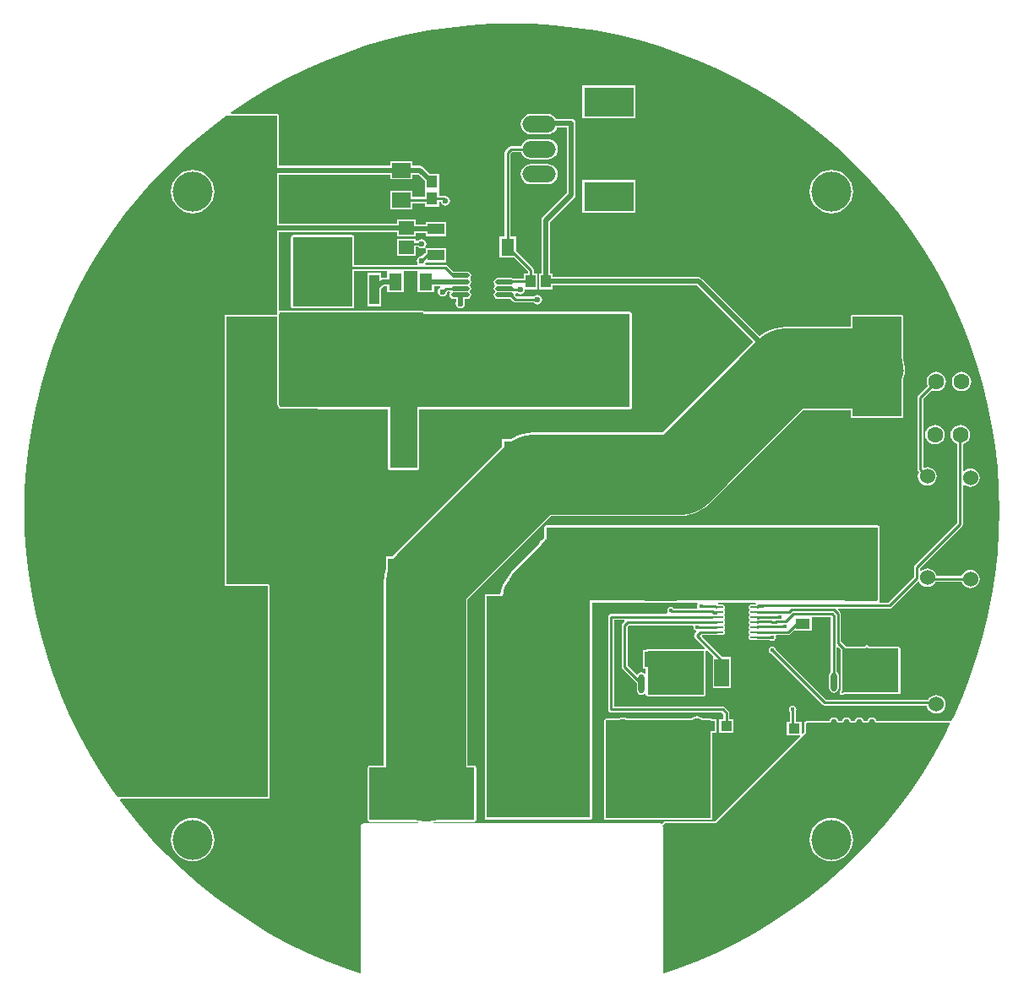
<source format=gtl>
G04 Layer_Physical_Order=1*
G04 Layer_Color=25308*
%FSLAX24Y24*%
%MOIN*%
G70*
G01*
G75*
%ADD10C,0.1575*%
G04:AMPARAMS|DCode=11|XSize=570.9mil|YSize=374mil|CornerRadius=9.4mil|HoleSize=0mil|Usage=FLASHONLY|Rotation=0.000|XOffset=0mil|YOffset=0mil|HoleType=Round|Shape=RoundedRectangle|*
%AMROUNDEDRECTD11*
21,1,0.5709,0.3553,0,0,0.0*
21,1,0.5522,0.3740,0,0,0.0*
1,1,0.0187,0.2761,-0.1777*
1,1,0.0187,-0.2761,-0.1777*
1,1,0.0187,-0.2761,0.1777*
1,1,0.0187,0.2761,0.1777*
%
%ADD11ROUNDEDRECTD11*%
%ADD12R,0.0433X0.0669*%
%ADD13R,0.0681X0.0728*%
%ADD14O,0.0728X0.0177*%
%ADD15R,0.0610X0.0532*%
%ADD16R,0.0827X0.1575*%
%ADD17R,0.0512X0.0689*%
%ADD18R,0.0433X0.0492*%
%ADD19R,0.0394X0.1181*%
%ADD20R,0.2598X0.2835*%
%ADD21R,0.0669X0.0433*%
%ADD22R,0.0394X0.0512*%
%ADD23R,0.0748X0.0591*%
%ADD24O,0.0551X0.0098*%
%ADD25R,0.1260X0.0591*%
%ADD26R,0.1260X0.0591*%
%ADD27O,0.0236X0.0748*%
%ADD28R,0.0591X0.1102*%
%ADD29R,0.0440X0.0400*%
%ADD30R,0.0571X0.0413*%
%ADD31C,0.0197*%
%ADD32C,0.0098*%
%ADD33C,0.3150*%
%ADD34C,0.0071*%
%ADD35R,0.2362X0.2756*%
%ADD36R,0.2234X0.1722*%
%ADD37R,1.2283X0.3701*%
%ADD38R,0.1929X0.3937*%
%ADD39R,0.4134X0.2087*%
%ADD40R,0.1102X0.2480*%
%ADD41R,0.4134X0.3858*%
%ADD42R,0.4094X0.8780*%
%ADD43R,1.3071X0.2913*%
%ADD44C,0.1575*%
%ADD45C,0.2362*%
%ADD46R,0.1969X0.1181*%
%ADD47O,0.1320X0.0660*%
%ADD48C,0.1181*%
%ADD49R,0.0630X0.0630*%
%ADD50C,0.0630*%
%ADD51C,0.0600*%
%ADD52C,0.0512*%
%ADD53R,0.0512X0.0512*%
%ADD54C,0.0500*%
%ADD55C,0.0157*%
%ADD56C,0.0236*%
G36*
X29800Y48566D02*
X30637Y48512D01*
X31471Y48420D01*
X32301Y48293D01*
X33124Y48129D01*
X33939Y47929D01*
X34745Y47695D01*
X35539Y47425D01*
X36321Y47121D01*
X37090Y46783D01*
X37842Y46411D01*
X38578Y46008D01*
X39295Y45572D01*
X39993Y45106D01*
X40670Y44610D01*
X41325Y44085D01*
X41955Y43531D01*
X42562Y42951D01*
X43142Y42345D01*
X43695Y41714D01*
X44221Y41059D01*
X44717Y40383D01*
X45183Y39685D01*
X45618Y38967D01*
X46022Y38232D01*
X46393Y37479D01*
X46731Y36711D01*
X47035Y35929D01*
X47305Y35134D01*
X47540Y34328D01*
X47739Y33513D01*
X47903Y32690D01*
X48031Y31861D01*
X48122Y31026D01*
X48177Y30189D01*
X48195Y29358D01*
X48194Y29350D01*
X48195Y29342D01*
X48177Y28511D01*
X48122Y27674D01*
X48031Y26839D01*
X47903Y26010D01*
X47739Y25187D01*
X47540Y24372D01*
X47305Y23566D01*
X47035Y22771D01*
X46731Y21989D01*
X46393Y21221D01*
X46306Y21044D01*
X46298Y21038D01*
X46297Y21037D01*
X46287Y21033D01*
X46246Y21028D01*
X46240Y21029D01*
X46235Y21032D01*
X46227Y21032D01*
X46220Y21034D01*
X43341Y21034D01*
X43334Y21069D01*
X43293Y21130D01*
X43232Y21171D01*
X43160Y21186D01*
X43088Y21171D01*
X43026Y21130D01*
X42986Y21069D01*
X42979Y21034D01*
X42841Y21034D01*
X42834Y21069D01*
X42793Y21130D01*
X42732Y21171D01*
X42660Y21186D01*
X42588Y21171D01*
X42526Y21130D01*
X42486Y21069D01*
X42479Y21034D01*
X42341Y21034D01*
X42334Y21069D01*
X42293Y21130D01*
X42232Y21171D01*
X42160Y21186D01*
X42088Y21171D01*
X42026Y21130D01*
X41986Y21069D01*
X41979Y21034D01*
X41841Y21034D01*
X41834Y21069D01*
X41793Y21130D01*
X41732Y21171D01*
X41660Y21186D01*
X41588Y21171D01*
X41526Y21130D01*
X41486Y21069D01*
X41479Y21034D01*
X40593Y21034D01*
X40589Y21033D01*
X40586Y21034D01*
X40576Y21031D01*
X40567Y21029D01*
X40564Y21027D01*
X40561Y21026D01*
X40553Y21019D01*
X40550Y21018D01*
X40482D01*
Y20578D01*
X40431Y20528D01*
X40381Y20548D01*
Y21018D01*
X40158D01*
Y21411D01*
X40177Y21439D01*
X40188Y21496D01*
X40177Y21553D01*
X40144Y21601D01*
X40096Y21633D01*
X40039Y21645D01*
X39983Y21633D01*
X39934Y21601D01*
X39902Y21553D01*
X39891Y21496D01*
X39902Y21439D01*
X39921Y21411D01*
Y21018D01*
X39807D01*
Y20484D01*
X40317D01*
X40337Y20434D01*
X36980Y17076D01*
X35000D01*
X34974Y17071D01*
X34952Y17056D01*
X34870Y16975D01*
X34848Y16989D01*
X34807Y16998D01*
X25858D01*
X25853Y17048D01*
X25904Y17058D01*
X27480D01*
X27506Y17063D01*
X27529Y17078D01*
X27543Y17100D01*
X27549Y17126D01*
Y19213D01*
X27543Y19239D01*
X27529Y19261D01*
X27506Y19276D01*
X27480Y19281D01*
X27196D01*
Y25854D01*
X30485Y29142D01*
X35591D01*
X35805Y29156D01*
X36016Y29198D01*
X36118Y29233D01*
X36220Y29267D01*
X36413Y29363D01*
X36592Y29482D01*
X36754Y29624D01*
X40445Y33315D01*
X42333D01*
Y33071D01*
X42339Y33045D01*
X42353Y33023D01*
X42375Y33008D01*
X42402Y33003D01*
X44331D01*
X44357Y33008D01*
X44379Y33023D01*
X44394Y33045D01*
X44399Y33071D01*
Y34572D01*
X44429Y34629D01*
X44467Y34753D01*
X44480Y34882D01*
X44467Y35011D01*
X44429Y35135D01*
X44429Y35135D01*
X44426Y35175D01*
X44399Y35314D01*
Y37008D01*
X44394Y37034D01*
X44379Y37056D01*
X44357Y37071D01*
X44331Y37076D01*
X42402D01*
X42375Y37071D01*
X42353Y37056D01*
X42339Y37034D01*
X42333Y37008D01*
Y36606D01*
X39764D01*
X39549Y36592D01*
X39338Y36550D01*
X39236Y36515D01*
X39134Y36481D01*
X38941Y36385D01*
X38762Y36266D01*
X38727Y36235D01*
X36444Y38519D01*
X36389Y38556D01*
X36324Y38569D01*
X30559D01*
Y38723D01*
X30464D01*
Y40737D01*
X31418Y41692D01*
X31455Y41747D01*
X31468Y41811D01*
Y44646D01*
X31455Y44710D01*
X31418Y44765D01*
X31364Y44801D01*
X31299Y44814D01*
X30710D01*
X30652Y44889D01*
X30570Y44953D01*
X30473Y44993D01*
X30369Y45007D01*
X29709D01*
X29606Y44993D01*
X29509Y44953D01*
X29426Y44889D01*
X29363Y44806D01*
X29323Y44710D01*
X29309Y44606D01*
X29323Y44503D01*
X29363Y44406D01*
X29426Y44323D01*
X29509Y44260D01*
X29606Y44220D01*
X29709Y44206D01*
X30369D01*
X30473Y44220D01*
X30570Y44260D01*
X30652Y44323D01*
X30716Y44406D01*
X30745Y44477D01*
X31131D01*
Y41881D01*
X30176Y40926D01*
X30140Y40872D01*
X30127Y40807D01*
Y38723D01*
X30031D01*
Y38077D01*
X30559D01*
Y38231D01*
X36255D01*
X38481Y36005D01*
X34909Y32433D01*
X29803D01*
X29588Y32419D01*
X29377Y32377D01*
X29174Y32307D01*
X28981Y32212D01*
X28922Y32173D01*
X28569D01*
Y31880D01*
X24388Y27699D01*
X24246Y27537D01*
X24240Y27528D01*
X23988D01*
Y27038D01*
X23962Y26961D01*
X23920Y26750D01*
X23906Y26535D01*
Y19281D01*
X23346D01*
X23320Y19276D01*
X23298Y19261D01*
X23283Y19239D01*
X23278Y19213D01*
Y17126D01*
X23283Y17100D01*
X23298Y17078D01*
X23320Y17063D01*
X23346Y17058D01*
X25198D01*
X25249Y17048D01*
X25244Y16998D01*
X23114D01*
X23073Y16989D01*
X23038Y16966D01*
X23014Y16931D01*
X23006Y16889D01*
Y11116D01*
X22956Y11080D01*
X22382Y11275D01*
X21600Y11579D01*
X20832Y11917D01*
X20079Y12289D01*
X19343Y12692D01*
X18626Y13128D01*
X17928Y13594D01*
X17251Y14090D01*
X16597Y14615D01*
X15966Y15169D01*
X15360Y15749D01*
X14779Y16355D01*
X14226Y16986D01*
X13701Y17641D01*
X13497Y17919D01*
X13510Y17944D01*
X13526Y17963D01*
X19324Y17963D01*
X19331Y17965D01*
X19337D01*
X19343Y17966D01*
X19343D01*
X19349Y17968D01*
X19350Y17968D01*
X19351Y17969D01*
X19353Y17970D01*
X19368Y17976D01*
X19386Y17995D01*
X19386Y17995D01*
X19392Y18009D01*
X19393Y18011D01*
X19394Y18012D01*
X19394Y18013D01*
X19397Y18019D01*
Y18019D01*
X19398Y18025D01*
Y18032D01*
X19399Y18038D01*
Y26371D01*
X19398Y26378D01*
Y26385D01*
X19397Y26390D01*
Y26390D01*
X19394Y26396D01*
X19394Y26397D01*
X19393Y26398D01*
X19392Y26400D01*
X19386Y26415D01*
X19368Y26434D01*
X19368Y26434D01*
X19353Y26440D01*
X19351Y26440D01*
X19350Y26441D01*
X19349Y26441D01*
X19343Y26444D01*
X19343D01*
X19337Y26445D01*
X19331D01*
X19324Y26446D01*
X17706D01*
Y37018D01*
X19685D01*
X19713Y36973D01*
Y33538D01*
X19726Y33476D01*
X19761Y33423D01*
X19814Y33387D01*
X19877Y33375D01*
X21294D01*
X21312Y33362D01*
X21339Y33357D01*
X24066D01*
Y31024D01*
X24071Y30998D01*
X24086Y30975D01*
X24108Y30961D01*
X24134Y30955D01*
X25236D01*
X25262Y30961D01*
X25284Y30975D01*
X25299Y30998D01*
X25304Y31024D01*
Y33357D01*
X33622D01*
X33648Y33362D01*
X33670Y33377D01*
X33685Y33399D01*
X33690Y33425D01*
Y37126D01*
X33685Y37152D01*
X33670Y37174D01*
X33648Y37189D01*
X33622Y37194D01*
X25523D01*
X25514Y37207D01*
X25461Y37243D01*
X25399Y37255D01*
X19877D01*
X19814Y37243D01*
X19803Y37235D01*
X19753Y37262D01*
Y40333D01*
X24431D01*
Y40169D01*
X25175D01*
Y40293D01*
X25548D01*
Y40178D01*
X26352D01*
Y40745D01*
X25548D01*
Y40630D01*
X25175D01*
Y40835D01*
X24431D01*
Y40671D01*
X19753D01*
Y42622D01*
X24159D01*
Y42428D01*
X25041D01*
Y42622D01*
X25274D01*
X25517Y42380D01*
Y42028D01*
X25517Y42022D01*
Y42000D01*
Y41978D01*
X25517Y41972D01*
Y41728D01*
X25041D01*
Y41972D01*
X24159D01*
Y41247D01*
X25041D01*
Y41491D01*
X25517D01*
Y41352D01*
X26083D01*
Y41547D01*
X26155D01*
X26164Y41503D01*
X26205Y41441D01*
X26266Y41400D01*
X26339Y41386D01*
X26411Y41400D01*
X26472Y41441D01*
X26513Y41503D01*
X26527Y41575D01*
X26513Y41647D01*
X26472Y41708D01*
X26411Y41749D01*
X26339Y41763D01*
X26317Y41759D01*
X26293Y41775D01*
X26248Y41784D01*
X26119D01*
X26083Y41819D01*
Y41972D01*
X26083Y41978D01*
Y42000D01*
Y42022D01*
X26083Y42028D01*
Y42648D01*
X25725D01*
X25463Y42910D01*
X25409Y42946D01*
X25344Y42959D01*
X25041D01*
Y43153D01*
X24159D01*
Y42959D01*
X19753D01*
Y44941D01*
X19752Y44950D01*
X19751Y44958D01*
X19750Y44960D01*
X19750Y44963D01*
X19749Y44965D01*
X19748Y44967D01*
X19743Y44974D01*
X19740Y44982D01*
X19738Y44984D01*
X19737Y44986D01*
X19735Y44987D01*
X19733Y44989D01*
X19726Y44994D01*
X19720Y45000D01*
X19717Y45001D01*
X19716Y45002D01*
X19716Y45002D01*
X19713Y45003D01*
X19711Y45004D01*
X19703Y45006D01*
X19695Y45009D01*
X19647Y45015D01*
X19643Y45015D01*
X19638Y45016D01*
X17885D01*
X17870Y45064D01*
X17928Y45106D01*
X18626Y45572D01*
X19343Y46008D01*
X20079Y46411D01*
X20832Y46783D01*
X21600Y47121D01*
X22382Y47425D01*
X23177Y47695D01*
X23982Y47929D01*
X24797Y48129D01*
X25621Y48293D01*
X26450Y48420D01*
X27284Y48512D01*
X28122Y48566D01*
X28961Y48585D01*
X29800Y48566D01*
D02*
G37*
G36*
X19685Y44941D02*
X19685Y44941D01*
Y42959D01*
Y42622D01*
Y40671D01*
Y40333D01*
Y37262D01*
Y37087D01*
X17638D01*
Y37018D01*
Y26446D01*
Y26378D01*
X19324D01*
X19330Y26377D01*
X19331Y26371D01*
Y18038D01*
X19330Y18033D01*
X19324Y18032D01*
X13519Y18031D01*
X13519Y18031D01*
X13414D01*
X13204Y18317D01*
X12738Y19015D01*
X12303Y19733D01*
X11899Y20468D01*
X11528Y21221D01*
X11190Y21989D01*
X10886Y22771D01*
X10616Y23566D01*
X10381Y24372D01*
X10182Y25187D01*
X10018Y26010D01*
X9890Y26839D01*
X9799Y27674D01*
X9744Y28511D01*
X9726Y29350D01*
X9744Y30189D01*
X9799Y31026D01*
X9890Y31861D01*
X10018Y32690D01*
X10182Y33513D01*
X10381Y34328D01*
X10616Y35134D01*
X10886Y35929D01*
X11190Y36711D01*
X11528Y37479D01*
X11899Y38232D01*
X12303Y38967D01*
X12738Y39685D01*
X13204Y40383D01*
X13701Y41059D01*
X14226Y41714D01*
X14779Y42345D01*
X15360Y42951D01*
X15966Y43531D01*
X16597Y44085D01*
X17251Y44610D01*
X17712Y44948D01*
X19638D01*
X19685Y44941D01*
D02*
G37*
G36*
X46220Y20965D02*
X46246Y20923D01*
X46022Y20468D01*
X45618Y19733D01*
X45183Y19015D01*
X44717Y18317D01*
X44221Y17641D01*
X43695Y16986D01*
X43142Y16355D01*
X42562Y15749D01*
X41955Y15169D01*
X41325Y14615D01*
X40670Y14090D01*
X39993Y13594D01*
X39295Y13128D01*
X38578Y12692D01*
X37842Y12289D01*
X37090Y11917D01*
X36321Y11579D01*
X35539Y11275D01*
X34965Y11080D01*
X34915Y11116D01*
Y16889D01*
X34910Y16918D01*
X35000Y17008D01*
X37008D01*
X40551Y20551D01*
Y20916D01*
X40593Y20966D01*
X46220Y20965D01*
D02*
G37*
%LPC*%
G36*
X36258Y21228D02*
X36176Y21217D01*
X36098Y21185D01*
X36032Y21134D01*
X36030Y21131D01*
X33524D01*
X33505Y21146D01*
X33428Y21178D01*
X33345Y21189D01*
X33262Y21178D01*
X33185Y21146D01*
X33166Y21131D01*
X32677D01*
X32651Y21126D01*
X32629Y21111D01*
X32614Y21089D01*
X32609Y21063D01*
Y17205D01*
X32614Y17179D01*
X32629Y17156D01*
X32651Y17142D01*
X32677Y17136D01*
X36811D01*
X36837Y17142D01*
X36859Y17156D01*
X36874Y17179D01*
X36879Y17205D01*
Y20560D01*
X37036D01*
Y21094D01*
X36871D01*
X36859Y21111D01*
X36837Y21126D01*
X36811Y21131D01*
X36487D01*
X36484Y21134D01*
X36418Y21185D01*
X36341Y21217D01*
X36258Y21228D01*
D02*
G37*
G36*
X39232Y23987D02*
X39175Y23976D01*
X39127Y23944D01*
X39095Y23895D01*
X39084Y23839D01*
X39095Y23782D01*
X39127Y23734D01*
X39175Y23701D01*
X39209Y23695D01*
X41215Y21688D01*
X41254Y21662D01*
X41299Y21653D01*
X45336D01*
X45343Y21604D01*
X45379Y21515D01*
X45438Y21438D01*
X45515Y21379D01*
X45604Y21343D01*
X45700Y21330D01*
X45796Y21343D01*
X45885Y21379D01*
X45962Y21438D01*
X46021Y21515D01*
X46057Y21604D01*
X46070Y21700D01*
X46057Y21796D01*
X46021Y21885D01*
X45962Y21962D01*
X45885Y22021D01*
X45796Y22057D01*
X45700Y22070D01*
X45604Y22057D01*
X45515Y22021D01*
X45438Y21962D01*
X45383Y21890D01*
X41348D01*
X39376Y23862D01*
X39369Y23895D01*
X39337Y23944D01*
X39289Y23976D01*
X39232Y23987D01*
D02*
G37*
G36*
X46650Y32735D02*
X46550Y32722D01*
X46457Y32684D01*
X46378Y32622D01*
X46316Y32543D01*
X46278Y32450D01*
X46265Y32350D01*
X46278Y32250D01*
X46316Y32157D01*
X46378Y32078D01*
X46457Y32016D01*
X46515Y31992D01*
Y28865D01*
X44850Y27200D01*
X44824Y27161D01*
X44815Y27116D01*
Y26731D01*
X43801Y25717D01*
X43479D01*
X43453Y25756D01*
X43450Y25767D01*
X43454Y25787D01*
Y28701D01*
X43449Y28727D01*
X43434Y28749D01*
X43412Y28764D01*
X43386Y28769D01*
X30315D01*
X30289Y28764D01*
X30267Y28749D01*
X30252Y28727D01*
X30247Y28701D01*
Y28260D01*
X30180Y28205D01*
X30161Y28182D01*
X30111Y28180D01*
X30107Y28183D01*
X30044Y28029D01*
X29017Y27002D01*
X29014Y26999D01*
X28856Y26819D01*
X28721Y26617D01*
X28614Y26399D01*
X28536Y26169D01*
X28513Y26052D01*
X27953D01*
X27927Y26047D01*
X27905Y26033D01*
X27890Y26010D01*
X27885Y25984D01*
Y17205D01*
X27890Y17179D01*
X27905Y17156D01*
X27927Y17142D01*
X27953Y17136D01*
X32047D01*
X32073Y17142D01*
X32095Y17156D01*
X32110Y17179D01*
X32115Y17205D01*
Y25719D01*
X36268D01*
X36295Y25669D01*
X36280Y25647D01*
X36269Y25591D01*
X36280Y25534D01*
X36253Y25485D01*
X35351D01*
X35341Y25499D01*
X35293Y25531D01*
X35236Y25542D01*
X35179Y25531D01*
X35131Y25499D01*
X35099Y25451D01*
X35088Y25394D01*
X35099Y25337D01*
X35106Y25326D01*
X35080Y25276D01*
X32874D01*
X32829Y25267D01*
X32790Y25241D01*
X32765Y25203D01*
X32756Y25157D01*
Y21496D01*
X32765Y21451D01*
X32790Y21412D01*
X32829Y21387D01*
X32874Y21378D01*
X37234D01*
X37306Y21307D01*
Y21094D01*
X37137D01*
Y20560D01*
X37711D01*
Y21094D01*
X37542D01*
Y21356D01*
X37533Y21401D01*
X37508Y21439D01*
X37367Y21580D01*
X37329Y21605D01*
X37283Y21614D01*
X32992D01*
Y25039D01*
X33384D01*
X33404Y24989D01*
X33321Y24906D01*
X33295Y24867D01*
X33286Y24822D01*
Y23189D01*
X33295Y23144D01*
X33321Y23105D01*
X33883Y22544D01*
Y22267D01*
X33897Y22194D01*
X33938Y22133D01*
X33999Y22092D01*
X34071Y22078D01*
X34143Y22092D01*
X34191Y22124D01*
X34241Y22105D01*
Y22089D01*
X34246Y22063D01*
X34261Y22041D01*
X34283Y22026D01*
X34309Y22021D01*
X36544D01*
X36570Y22026D01*
X36592Y22041D01*
X36607Y22063D01*
X36612Y22089D01*
Y23812D01*
X36610Y23821D01*
X36656Y23846D01*
X36884Y23617D01*
X36882Y23571D01*
X36882D01*
X36882Y23571D01*
Y22335D01*
X37606D01*
Y23571D01*
X37266D01*
X36458Y24379D01*
X36479Y24429D01*
X37254D01*
X37299Y24438D01*
X37338Y24464D01*
X37363Y24502D01*
X37372Y24547D01*
X37363Y24593D01*
X37352Y24610D01*
X37342Y24646D01*
X37352Y24682D01*
X37363Y24699D01*
X37372Y24744D01*
X37363Y24789D01*
X37352Y24807D01*
X37342Y24843D01*
X37352Y24878D01*
X37363Y24896D01*
X37372Y24941D01*
X37363Y24986D01*
X37352Y25003D01*
X37342Y25039D01*
X37352Y25075D01*
X37363Y25092D01*
X37372Y25138D01*
X37363Y25183D01*
X37352Y25200D01*
X37342Y25236D01*
X37352Y25272D01*
X37363Y25289D01*
X37372Y25335D01*
X37363Y25380D01*
X37352Y25397D01*
X37342Y25433D01*
X37352Y25469D01*
X37363Y25486D01*
X37372Y25531D01*
X37363Y25577D01*
X37338Y25615D01*
X37299Y25641D01*
X37254Y25650D01*
X37100D01*
X37081Y25669D01*
X37098Y25713D01*
X37104Y25719D01*
X38557D01*
X38582Y25669D01*
X38567Y25650D01*
X38415D01*
X38370Y25641D01*
X38332Y25615D01*
X38306Y25577D01*
X38297Y25531D01*
X38306Y25486D01*
X38317Y25469D01*
X38328Y25433D01*
X38317Y25397D01*
X38306Y25380D01*
X38297Y25335D01*
X38306Y25289D01*
X38317Y25272D01*
X38328Y25236D01*
X38317Y25200D01*
X38306Y25183D01*
X38297Y25138D01*
X38306Y25092D01*
X38317Y25075D01*
X38328Y25039D01*
X38317Y25003D01*
X38306Y24986D01*
X38297Y24941D01*
X38306Y24896D01*
X38317Y24878D01*
X38328Y24843D01*
X38317Y24807D01*
X38306Y24789D01*
X38297Y24744D01*
X38306Y24699D01*
X38317Y24682D01*
X38328Y24646D01*
X38317Y24610D01*
X38306Y24593D01*
X38297Y24547D01*
X38306Y24502D01*
X38317Y24485D01*
X38328Y24449D01*
X38317Y24413D01*
X38306Y24396D01*
X38297Y24350D01*
X38306Y24305D01*
X38332Y24267D01*
X38370Y24241D01*
X38415Y24232D01*
X39147D01*
X39175Y24213D01*
X39232Y24202D01*
X39289Y24213D01*
X39337Y24245D01*
X39369Y24294D01*
X39381Y24350D01*
X39375Y24379D01*
X39411Y24429D01*
X39862D01*
X39908Y24438D01*
X39946Y24464D01*
X40101Y24618D01*
X40785D01*
Y25149D01*
X41534D01*
X41541Y25141D01*
Y22991D01*
X41526Y22981D01*
X41486Y22919D01*
X41471Y22847D01*
Y22335D01*
X41486Y22263D01*
X41526Y22202D01*
X41588Y22161D01*
X41660Y22147D01*
X41732Y22161D01*
X41793Y22202D01*
X41834Y22263D01*
X41849Y22335D01*
Y22847D01*
X41834Y22919D01*
X41793Y22981D01*
X41778Y22991D01*
Y23934D01*
X41824Y23953D01*
X41918Y23859D01*
Y22247D01*
X41913Y22242D01*
X41890Y22208D01*
X41882Y22168D01*
X41890Y22128D01*
X41913Y22094D01*
X41947Y22072D01*
X41987Y22064D01*
X42027Y22072D01*
X42060Y22094D01*
X42066Y22100D01*
X44221D01*
X44247Y22105D01*
X44269Y22120D01*
X44284Y22142D01*
X44289Y22168D01*
Y23891D01*
X44284Y23917D01*
X44269Y23939D01*
X44247Y23954D01*
X44221Y23959D01*
X43068D01*
X43064Y23976D01*
X43042Y24010D01*
X43008Y24032D01*
X42968Y24040D01*
X42928Y24032D01*
X42894Y24010D01*
X42871Y23976D01*
X42868Y23959D01*
X42154D01*
X41944Y24169D01*
Y25259D01*
X41935Y25304D01*
X41909Y25343D01*
X41909Y25343D01*
X41818Y25434D01*
X41837Y25480D01*
X43850D01*
X43896Y25489D01*
X43934Y25515D01*
X44970Y26550D01*
X45019Y26541D01*
X45029Y26515D01*
X45088Y26438D01*
X45165Y26379D01*
X45254Y26343D01*
X45350Y26330D01*
X45446Y26343D01*
X45535Y26379D01*
X45612Y26438D01*
X45670Y26515D01*
X45677Y26532D01*
X46702D01*
X46729Y26465D01*
X46788Y26388D01*
X46865Y26329D01*
X46954Y26293D01*
X47050Y26280D01*
X47146Y26293D01*
X47235Y26329D01*
X47312Y26388D01*
X47371Y26465D01*
X47407Y26554D01*
X47420Y26650D01*
X47407Y26746D01*
X47371Y26835D01*
X47312Y26912D01*
X47235Y26971D01*
X47146Y27007D01*
X47050Y27020D01*
X46954Y27007D01*
X46865Y26971D01*
X46788Y26912D01*
X46729Y26835D01*
X46702Y26768D01*
X45711D01*
X45707Y26796D01*
X45670Y26885D01*
X45612Y26962D01*
X45535Y27020D01*
X45446Y27057D01*
X45350Y27070D01*
X45254Y27057D01*
X45165Y27020D01*
X45102Y26972D01*
X45052Y26992D01*
Y27067D01*
X46718Y28732D01*
X46743Y28771D01*
X46752Y28816D01*
Y30358D01*
X46802Y30378D01*
X46865Y30329D01*
X46954Y30293D01*
X47050Y30280D01*
X47146Y30293D01*
X47235Y30329D01*
X47312Y30388D01*
X47371Y30465D01*
X47407Y30554D01*
X47420Y30650D01*
X47407Y30746D01*
X47371Y30835D01*
X47312Y30912D01*
X47235Y30971D01*
X47146Y31007D01*
X47050Y31020D01*
X46954Y31007D01*
X46865Y30971D01*
X46802Y30922D01*
X46752Y30942D01*
Y31979D01*
X46843Y32016D01*
X46922Y32078D01*
X46984Y32157D01*
X47022Y32250D01*
X47035Y32350D01*
X47022Y32450D01*
X46984Y32543D01*
X46922Y32622D01*
X46843Y32684D01*
X46750Y32722D01*
X46650Y32735D01*
D02*
G37*
G36*
X30369Y44022D02*
X29709D01*
X29606Y44009D01*
X29509Y43969D01*
X29426Y43905D01*
X29363Y43822D01*
X29329Y43740D01*
X28937D01*
X28892Y43731D01*
X28853Y43706D01*
X28712Y43565D01*
X28687Y43526D01*
X28678Y43481D01*
Y40161D01*
X28478D01*
Y39339D01*
X29044D01*
X29586Y38797D01*
Y38723D01*
X29441D01*
Y38518D01*
X29021D01*
X29012Y38524D01*
X28952Y38537D01*
X28400D01*
X28340Y38524D01*
X28288Y38490D01*
X28254Y38439D01*
X28242Y38378D01*
X28254Y38317D01*
X28275Y38286D01*
X28284Y38250D01*
X28275Y38214D01*
X28254Y38183D01*
X28242Y38122D01*
X28254Y38061D01*
X28288Y38010D01*
Y37978D01*
X28254Y37927D01*
X28242Y37866D01*
X28254Y37805D01*
X28288Y37754D01*
X28340Y37720D01*
X28400Y37708D01*
X28897D01*
X29011Y37593D01*
X29011Y37593D01*
X29049Y37568D01*
X29094Y37559D01*
X29817D01*
X29827Y37544D01*
X29888Y37503D01*
X29961Y37489D01*
X30033Y37503D01*
X30094Y37544D01*
X30135Y37605D01*
X30149Y37677D01*
X30135Y37749D01*
X30094Y37811D01*
X30033Y37851D01*
X29961Y37866D01*
X29888Y37851D01*
X29827Y37811D01*
X29817Y37796D01*
X29144D01*
X29104Y37835D01*
X29110Y37866D01*
X29103Y37902D01*
X29112Y37916D01*
X29158Y37937D01*
X29219Y37897D01*
X29291Y37882D01*
X29364Y37897D01*
X29425Y37937D01*
X29466Y37999D01*
X29480Y38071D01*
X29485Y38077D01*
X29969D01*
Y38723D01*
X29823D01*
Y38846D01*
X29823Y38846D01*
X29816Y38883D01*
X29814Y38891D01*
X29788Y38929D01*
X29123Y39595D01*
Y40161D01*
X28914D01*
Y43432D01*
X28986Y43504D01*
X29329D01*
X29363Y43422D01*
X29426Y43339D01*
X29509Y43275D01*
X29606Y43235D01*
X29709Y43222D01*
X30369D01*
X30473Y43235D01*
X30570Y43275D01*
X30652Y43339D01*
X30716Y43422D01*
X30756Y43518D01*
X30770Y43622D01*
X30756Y43726D01*
X30716Y43822D01*
X30652Y43905D01*
X30570Y43969D01*
X30473Y44009D01*
X30369Y44022D01*
D02*
G37*
G36*
X33846Y46150D02*
X31744D01*
Y44835D01*
X33846D01*
Y46150D01*
D02*
G37*
G36*
X16362Y17216D02*
X16195Y17200D01*
X16034Y17151D01*
X15885Y17072D01*
X15755Y16965D01*
X15648Y16835D01*
X15569Y16686D01*
X15520Y16525D01*
X15504Y16358D01*
X15520Y16190D01*
X15569Y16029D01*
X15648Y15881D01*
X15755Y15751D01*
X15885Y15644D01*
X16034Y15565D01*
X16195Y15516D01*
X16362Y15499D01*
X16530Y15516D01*
X16691Y15565D01*
X16839Y15644D01*
X16969Y15751D01*
X17076Y15881D01*
X17155Y16029D01*
X17204Y16190D01*
X17221Y16358D01*
X17204Y16525D01*
X17155Y16686D01*
X17076Y16835D01*
X16969Y16965D01*
X16839Y17072D01*
X16691Y17151D01*
X16530Y17200D01*
X16362Y17216D01*
D02*
G37*
G36*
X41559D02*
X41392Y17200D01*
X41231Y17151D01*
X41082Y17072D01*
X40952Y16965D01*
X40845Y16835D01*
X40766Y16686D01*
X40717Y16525D01*
X40701Y16358D01*
X40717Y16190D01*
X40766Y16029D01*
X40845Y15881D01*
X40952Y15751D01*
X41082Y15644D01*
X41231Y15565D01*
X41392Y15516D01*
X41559Y15499D01*
X41727Y15516D01*
X41888Y15565D01*
X42036Y15644D01*
X42166Y15751D01*
X42273Y15881D01*
X42352Y16029D01*
X42401Y16190D01*
X42418Y16358D01*
X42401Y16525D01*
X42352Y16686D01*
X42273Y16835D01*
X42166Y16965D01*
X42036Y17072D01*
X41888Y17151D01*
X41727Y17200D01*
X41559Y17216D01*
D02*
G37*
G36*
X45650Y32735D02*
X45550Y32722D01*
X45457Y32684D01*
X45378Y32622D01*
X45316Y32543D01*
X45278Y32450D01*
X45265Y32350D01*
X45278Y32250D01*
X45316Y32157D01*
X45378Y32078D01*
X45457Y32016D01*
X45550Y31978D01*
X45650Y31965D01*
X45750Y31978D01*
X45843Y32016D01*
X45922Y32078D01*
X45984Y32157D01*
X46022Y32250D01*
X46035Y32350D01*
X46022Y32450D01*
X45984Y32543D01*
X45922Y32622D01*
X45843Y32684D01*
X45750Y32722D01*
X45650Y32735D01*
D02*
G37*
G36*
X16362Y42807D02*
X16195Y42790D01*
X16034Y42742D01*
X15885Y42662D01*
X15755Y42555D01*
X15648Y42425D01*
X15569Y42277D01*
X15520Y42116D01*
X15504Y41948D01*
X15520Y41781D01*
X15569Y41620D01*
X15648Y41471D01*
X15755Y41341D01*
X15885Y41235D01*
X16034Y41155D01*
X16195Y41106D01*
X16362Y41090D01*
X16530Y41106D01*
X16691Y41155D01*
X16839Y41235D01*
X16969Y41341D01*
X17076Y41471D01*
X17155Y41620D01*
X17204Y41781D01*
X17221Y41948D01*
X17204Y42116D01*
X17155Y42277D01*
X17076Y42425D01*
X16969Y42555D01*
X16839Y42662D01*
X16691Y42742D01*
X16530Y42790D01*
X16362Y42807D01*
D02*
G37*
G36*
X22677Y40226D02*
X20315D01*
X20289Y40221D01*
X20267Y40206D01*
X20252Y40184D01*
X20247Y40157D01*
Y37402D01*
X20252Y37375D01*
X20267Y37353D01*
X20289Y37339D01*
X20315Y37333D01*
X22677D01*
X22703Y37339D01*
X22725Y37353D01*
X22740Y37375D01*
X22745Y37402D01*
Y38819D01*
X23996D01*
X24037Y38797D01*
X24037Y38769D01*
Y38554D01*
X23850D01*
X23838Y38552D01*
X23799Y38584D01*
Y38728D01*
X23272D01*
Y37413D01*
X23799D01*
Y38096D01*
X23920Y38217D01*
X24037D01*
Y37974D01*
X24683D01*
Y38769D01*
X24683Y38797D01*
X24724Y38819D01*
X24724D01*
X25197D01*
X25238Y38797D01*
Y37974D01*
X25884D01*
Y38209D01*
X26127D01*
X26138Y38159D01*
X26087Y38126D01*
X26046Y38064D01*
X26032Y37992D01*
X26046Y37920D01*
X26087Y37859D01*
X26148Y37818D01*
X26220Y37803D01*
X26293Y37818D01*
X26354Y37859D01*
X26395Y37920D01*
X26409Y37992D01*
X26419Y38004D01*
X26493D01*
X26520Y37954D01*
X26502Y37927D01*
X26490Y37866D01*
X26502Y37805D01*
X26536Y37754D01*
X26588Y37720D01*
X26648Y37708D01*
X26755D01*
Y37606D01*
X26750Y37597D01*
X26735Y37525D01*
X26750Y37453D01*
X26791Y37391D01*
X26852Y37350D01*
X26924Y37336D01*
X26996Y37350D01*
X27057Y37391D01*
X27098Y37453D01*
X27113Y37525D01*
X27098Y37597D01*
X27093Y37606D01*
Y37708D01*
X27200D01*
X27260Y37720D01*
X27312Y37754D01*
X27346Y37805D01*
X27358Y37866D01*
X27346Y37927D01*
X27312Y37978D01*
Y38010D01*
X27346Y38061D01*
X27358Y38122D01*
X27346Y38183D01*
X27312Y38234D01*
Y38266D01*
X27346Y38317D01*
X27358Y38378D01*
X27346Y38439D01*
X27325Y38470D01*
X27316Y38506D01*
X27325Y38541D01*
X27346Y38573D01*
X27358Y38634D01*
X27346Y38695D01*
X27312Y38746D01*
X27260Y38780D01*
X27200Y38792D01*
X26651D01*
X26422Y39021D01*
X26384Y39046D01*
X26339Y39055D01*
X25571D01*
X25545Y39105D01*
X25568Y39140D01*
X25571Y39155D01*
X26352D01*
Y39722D01*
X25591D01*
X25591D01*
X25591Y39722D01*
X25573Y39722D01*
X25569D01*
X25568Y39724D01*
X25565Y39728D01*
X25562Y39733D01*
X25541Y39767D01*
X25541Y39767D01*
X25540Y39768D01*
X25568Y39810D01*
X25582Y39882D01*
X25568Y39954D01*
X25527Y40015D01*
X25466Y40056D01*
X25394Y40071D01*
X25322Y40056D01*
X25260Y40015D01*
X25250Y40000D01*
X25175D01*
Y40067D01*
X24431D01*
Y39402D01*
X25175D01*
Y39763D01*
X25250D01*
X25260Y39748D01*
X25322Y39708D01*
X25394Y39693D01*
X25466Y39708D01*
X25503Y39732D01*
X25505Y39731D01*
X25505Y39731D01*
X25538Y39710D01*
X25543Y39706D01*
X25547Y39704D01*
X25548Y39703D01*
Y39699D01*
Y39697D01*
X25548Y39680D01*
Y39680D01*
Y39680D01*
Y39531D01*
X25536Y39522D01*
X25411Y39398D01*
X25394Y39401D01*
X25322Y39387D01*
X25260Y39346D01*
X25219Y39285D01*
X25205Y39213D01*
X25219Y39140D01*
X25243Y39105D01*
X25216Y39055D01*
X22745D01*
Y40157D01*
X22740Y40184D01*
X22725Y40206D01*
X22703Y40221D01*
X22677Y40226D01*
D02*
G37*
G36*
X33846Y42409D02*
X31744D01*
Y41094D01*
X33846D01*
Y42409D01*
D02*
G37*
G36*
X41559Y42807D02*
X41392Y42790D01*
X41231Y42742D01*
X41082Y42662D01*
X40952Y42555D01*
X40845Y42425D01*
X40766Y42277D01*
X40717Y42116D01*
X40701Y41948D01*
X40717Y41781D01*
X40766Y41620D01*
X40845Y41471D01*
X40952Y41341D01*
X41082Y41235D01*
X41231Y41155D01*
X41392Y41106D01*
X41559Y41090D01*
X41727Y41106D01*
X41888Y41155D01*
X42036Y41235D01*
X42166Y41341D01*
X42273Y41471D01*
X42352Y41620D01*
X42401Y41781D01*
X42418Y41948D01*
X42401Y42116D01*
X42352Y42277D01*
X42273Y42425D01*
X42166Y42555D01*
X42036Y42662D01*
X41888Y42742D01*
X41727Y42790D01*
X41559Y42807D01*
D02*
G37*
G36*
X30369Y43032D02*
X29709D01*
X29606Y43019D01*
X29509Y42979D01*
X29426Y42915D01*
X29363Y42832D01*
X29323Y42736D01*
X29309Y42632D01*
X29323Y42528D01*
X29363Y42432D01*
X29426Y42349D01*
X29509Y42285D01*
X29606Y42245D01*
X29709Y42232D01*
X30369D01*
X30473Y42245D01*
X30570Y42285D01*
X30652Y42349D01*
X30716Y42432D01*
X30756Y42528D01*
X30770Y42632D01*
X30756Y42736D01*
X30716Y42832D01*
X30652Y42915D01*
X30570Y42979D01*
X30473Y43019D01*
X30369Y43032D01*
D02*
G37*
G36*
X45700Y34835D02*
X45600Y34822D01*
X45507Y34784D01*
X45428Y34722D01*
X45366Y34643D01*
X45328Y34550D01*
X45315Y34450D01*
X45328Y34350D01*
X45359Y34276D01*
X44985Y33903D01*
X44960Y33864D01*
X44950Y33819D01*
Y30981D01*
X44960Y30936D01*
X44985Y30897D01*
X45020Y30862D01*
X44993Y30796D01*
X44980Y30700D01*
X44993Y30604D01*
X45029Y30515D01*
X45088Y30438D01*
X45165Y30379D01*
X45254Y30343D01*
X45350Y30330D01*
X45446Y30343D01*
X45535Y30379D01*
X45612Y30438D01*
X45670Y30515D01*
X45707Y30604D01*
X45720Y30700D01*
X45707Y30796D01*
X45670Y30885D01*
X45612Y30962D01*
X45535Y31021D01*
X45446Y31057D01*
X45350Y31070D01*
X45254Y31057D01*
X45237Y31050D01*
X45187Y31084D01*
Y33770D01*
X45526Y34109D01*
X45600Y34078D01*
X45700Y34065D01*
X45800Y34078D01*
X45893Y34116D01*
X45972Y34178D01*
X46034Y34257D01*
X46072Y34350D01*
X46085Y34450D01*
X46072Y34550D01*
X46034Y34643D01*
X45972Y34722D01*
X45893Y34784D01*
X45800Y34822D01*
X45700Y34835D01*
D02*
G37*
G36*
X46700D02*
X46600Y34822D01*
X46507Y34784D01*
X46428Y34722D01*
X46366Y34643D01*
X46328Y34550D01*
X46315Y34450D01*
X46328Y34350D01*
X46366Y34257D01*
X46428Y34178D01*
X46507Y34116D01*
X46600Y34078D01*
X46700Y34065D01*
X46800Y34078D01*
X46893Y34116D01*
X46972Y34178D01*
X47034Y34257D01*
X47072Y34350D01*
X47085Y34450D01*
X47072Y34550D01*
X47034Y34643D01*
X46972Y34722D01*
X46893Y34784D01*
X46800Y34822D01*
X46700Y34835D01*
D02*
G37*
%LPD*%
G36*
X36137Y24773D02*
X36131Y24744D01*
X36142Y24687D01*
X36175Y24639D01*
X36221Y24608D01*
X36227Y24602D01*
X36238Y24555D01*
X36176Y24493D01*
X36150Y24455D01*
X36141Y24409D01*
X36150Y24364D01*
X36176Y24326D01*
X36578Y23924D01*
X36553Y23878D01*
X36544Y23880D01*
X34309D01*
X34283Y23875D01*
X34261Y23860D01*
X34254Y23849D01*
X34124D01*
Y23125D01*
X34241D01*
Y22940D01*
X34191Y22921D01*
X34143Y22953D01*
X34071Y22967D01*
X33999Y22953D01*
X33938Y22912D01*
X33924Y22892D01*
X33875Y22887D01*
X33523Y23238D01*
Y24773D01*
X33573Y24823D01*
X36101D01*
X36137Y24773D01*
D02*
G37*
D10*
X30760Y27531D02*
G03*
X30787Y27598I-67J67D01*
G01*
X29624Y26395D02*
G03*
X29331Y25688I707J-707D01*
G01*
Y25472D02*
Y25688D01*
X29624Y26395D02*
X30760Y27531D01*
D11*
X22638Y35315D02*
D03*
D12*
X18819Y25472D02*
D03*
X19843D02*
D03*
X18819Y23898D02*
D03*
X19843D02*
D03*
X18819Y22402D02*
D03*
X19843D02*
D03*
X24331Y20472D02*
D03*
X23307D02*
D03*
D13*
X27800Y38250D02*
D03*
D14*
X28676Y37866D02*
D03*
Y38122D02*
D03*
Y38378D02*
D03*
Y38634D02*
D03*
X26924Y37866D02*
D03*
Y38122D02*
D03*
Y38378D02*
D03*
Y38634D02*
D03*
D15*
X24803Y40502D02*
D03*
Y39734D02*
D03*
D16*
X20787Y38661D02*
D03*
X18346D02*
D03*
D17*
X27600Y39750D02*
D03*
X28800D02*
D03*
X25561Y38386D02*
D03*
X24360D02*
D03*
D18*
X25800Y42335D02*
D03*
Y41665D02*
D03*
D19*
X23535Y38071D02*
D03*
X21740D02*
D03*
D20*
X22638Y35689D02*
D03*
D21*
X25950Y39438D02*
D03*
Y40462D02*
D03*
D22*
X29705Y38400D02*
D03*
X30295D02*
D03*
D23*
X24600Y41609D02*
D03*
Y42791D02*
D03*
D24*
X38642Y24154D02*
D03*
Y24350D02*
D03*
Y24547D02*
D03*
Y24744D02*
D03*
Y24941D02*
D03*
Y25138D02*
D03*
Y25335D02*
D03*
Y25531D02*
D03*
X37028Y24154D02*
D03*
Y24350D02*
D03*
Y24547D02*
D03*
Y24744D02*
D03*
Y24941D02*
D03*
Y25138D02*
D03*
Y25335D02*
D03*
Y25531D02*
D03*
D25*
X42715Y26066D02*
D03*
X34821Y23487D02*
D03*
D26*
X42715Y23467D02*
D03*
X34821Y26085D02*
D03*
D27*
X43160Y22591D02*
D03*
X42660D02*
D03*
X42160D02*
D03*
X41660D02*
D03*
X43160Y20741D02*
D03*
X42660D02*
D03*
X42160D02*
D03*
X41660D02*
D03*
X35571Y22522D02*
D03*
X35071D02*
D03*
X34571D02*
D03*
X34071D02*
D03*
X35571Y20672D02*
D03*
X35071D02*
D03*
X34571D02*
D03*
X34071D02*
D03*
D28*
X37244Y22953D02*
D03*
X38425D02*
D03*
D29*
X40769Y20751D02*
D03*
X40094D02*
D03*
X36749Y20827D02*
D03*
X37424D02*
D03*
D30*
X40433Y24892D02*
D03*
Y24321D02*
D03*
D31*
X30039Y44606D02*
X30079Y44646D01*
X31299D01*
X23535Y38071D02*
X23850Y38386D01*
X24360D01*
X25561D02*
X25569Y38378D01*
X26924D01*
X31299Y41811D02*
Y44646D01*
X30295Y40807D02*
X31299Y41811D01*
X19104Y40502D02*
X24803D01*
X24600Y42791D02*
X25344D01*
X19173D02*
X24600D01*
X24843Y40462D02*
X25950D01*
X24803Y40502D02*
X24843Y40462D01*
X25344Y42791D02*
X25800Y42335D01*
X30295Y38400D02*
X36324D01*
X39764Y34961D01*
X30295Y38400D02*
Y40807D01*
X26924Y37525D02*
Y37866D01*
D32*
X22598Y38937D02*
X26339D01*
X28796Y39754D02*
Y43481D01*
X28937Y43622D01*
X30039D01*
X26642Y38634D02*
X26924D01*
X26339Y38937D02*
X26642Y38634D01*
X27800Y38250D02*
Y39550D01*
X28184Y38634D02*
X28676D01*
X27997Y38447D02*
X28184Y38634D01*
X28698Y38400D02*
X29705D01*
Y38846D01*
X28800Y39750D02*
X29705Y38846D01*
X24600Y41609D02*
X25744D01*
X25800Y41665D01*
X25394Y39213D02*
X25619Y39438D01*
X26220Y37992D02*
X26350Y38122D01*
X26924D01*
X28676D02*
X28727Y38071D01*
X29291D01*
X24951Y39882D02*
X25394D01*
X28676Y37866D02*
X28906D01*
X29094Y37677D01*
X29961D01*
X25800Y41665D02*
X26248D01*
X26339Y41575D01*
X38425Y22953D02*
X38642Y23169D01*
Y24154D01*
X37028D02*
X38642D01*
X37028D02*
Y24350D01*
X33405Y23189D02*
X34071Y22522D01*
X33405Y23189D02*
Y24822D01*
X33524Y24941D01*
X37028D01*
X37244Y22953D02*
Y23425D01*
X36260Y24409D02*
X37244Y23425D01*
X36260Y24409D02*
X36398Y24547D01*
X37028D01*
X37424Y20827D02*
Y21356D01*
X37283Y21496D02*
X37424Y21356D01*
X32874Y21496D02*
X37283D01*
X32874D02*
Y25157D01*
X36850D01*
X40207Y24892D02*
X40433D01*
X39862Y24547D02*
X40207Y24892D01*
X41825Y24120D02*
Y25259D01*
Y24120D02*
X42165Y23780D01*
X38642Y24744D02*
X38661Y24764D01*
X40039Y20806D02*
Y21496D01*
X37008Y25315D02*
X37028Y25335D01*
X36927Y25315D02*
X37008D01*
X36876Y25366D02*
X36927Y25315D01*
X35236Y25394D02*
X35264Y25366D01*
X36876D01*
X36280Y24744D02*
X37028D01*
X38661Y24764D02*
X39724D01*
X38642Y25138D02*
X38656Y25124D01*
X38642Y24941D02*
X38659Y24959D01*
X39181D01*
X39211Y24929D01*
X39372D01*
X39402Y24959D01*
X39762D01*
X38656Y25124D02*
X38689Y25157D01*
X39527D01*
X39626Y25335D02*
X39904D01*
X39608Y25352D02*
X39626Y25335D01*
X38642D02*
X38659Y25352D01*
X39608D01*
X39114Y24547D02*
X39132Y24530D01*
X38642Y24547D02*
X39114D01*
X38642Y24154D02*
X40266D01*
X38642Y24350D02*
X39232D01*
X39132Y24530D02*
X39136D01*
X39154Y24547D01*
X39862D01*
X39232Y23839D02*
X41299Y21772D01*
X45628D01*
X39904Y25335D02*
X40002Y25433D01*
X41651D01*
X41825Y25259D01*
X40071Y25268D02*
X41583D01*
X41660Y25191D01*
Y22591D02*
Y25191D01*
X39762Y24959D02*
X40071Y25268D01*
X38642Y25531D02*
X38709Y25598D01*
X43850D01*
X44934Y26682D01*
Y27116D01*
X46634Y28816D01*
Y32350D01*
X36969Y25591D02*
X37028Y25531D01*
X36417Y25591D02*
X36969D01*
X40433Y24094D02*
Y24321D01*
Y24094D02*
X40709Y23819D01*
X45400Y26650D02*
X47050D01*
X45069Y33819D02*
X45700Y34450D01*
X45069Y30981D02*
Y33819D01*
Y30981D02*
X45350Y30700D01*
D33*
X25551Y26535D02*
X29803Y30787D01*
X25551Y18661D02*
Y26535D01*
X29803Y30787D02*
X35591D01*
X39764Y34961D02*
X42795D01*
X35591Y30787D02*
X39764Y34961D01*
D34*
X35571Y20426D02*
Y20672D01*
X41987Y22168D02*
X42968Y23149D01*
Y23936D01*
D35*
X21496Y38780D02*
D03*
D36*
X43104Y23029D02*
D03*
X35427Y22951D02*
D03*
D37*
X27480Y35276D02*
D03*
D38*
X43366Y35039D02*
D03*
D39*
X25413Y18169D02*
D03*
D40*
X24685Y32264D02*
D03*
D41*
X34744Y19134D02*
D03*
D42*
X30000Y21594D02*
D03*
D43*
X36850Y27244D02*
D03*
D44*
X21850Y15869D02*
D03*
Y13900D02*
D03*
X24332Y18200D02*
D03*
X26300D02*
D03*
X28932Y18250D02*
D03*
X30900D02*
D03*
X36150Y15618D02*
D03*
Y13650D02*
D03*
X33582Y18250D02*
D03*
X35550D02*
D03*
X41559Y41948D02*
D03*
Y16358D02*
D03*
X16362D02*
D03*
Y41948D02*
D03*
D45*
X17900Y19800D02*
D03*
X20853D02*
D03*
D46*
X32795Y41752D02*
D03*
Y45492D02*
D03*
D47*
X30039Y44606D02*
D03*
Y43622D02*
D03*
Y42632D02*
D03*
D48*
X43819Y34882D02*
D03*
X32008D02*
D03*
D49*
X23724Y31378D02*
D03*
D50*
X24724D02*
D03*
X25724D02*
D03*
X46650Y32350D02*
D03*
X45650D02*
D03*
X46700Y34450D02*
D03*
X45700D02*
D03*
D51*
X22756Y24843D02*
D03*
X24724D02*
D03*
X22756Y22559D02*
D03*
X24724D02*
D03*
X18583Y27362D02*
D03*
X16614D02*
D03*
X45700Y25700D02*
D03*
Y21700D02*
D03*
X47050Y30650D02*
D03*
Y26650D02*
D03*
X45350Y26700D02*
D03*
Y30700D02*
D03*
D52*
X18130Y32402D02*
D03*
X20245Y44206D02*
D03*
X27908Y31850D02*
D03*
X18091Y29764D02*
D03*
X23327Y27205D02*
D03*
D53*
X17146Y32402D02*
D03*
X19261Y44206D02*
D03*
X28892Y31850D02*
D03*
X17106Y29764D02*
D03*
X24311Y27205D02*
D03*
D54*
X17362Y37953D02*
D03*
Y39291D02*
D03*
X41809Y19373D02*
D03*
X42991D02*
D03*
X33345Y20869D02*
D03*
X36180Y23507D02*
D03*
Y22483D02*
D03*
X24685Y33504D02*
D03*
X36258Y20908D02*
D03*
X43937Y23583D02*
D03*
Y22441D02*
D03*
X42717Y27165D02*
D03*
X34803Y27205D02*
D03*
X34764Y28228D02*
D03*
X42677Y28150D02*
D03*
D55*
X27997Y38053D02*
D03*
X27603D02*
D03*
X27997Y38447D02*
D03*
X27603D02*
D03*
X39724Y24764D02*
D03*
X40039Y21496D02*
D03*
X35236Y25394D02*
D03*
X36280Y24744D02*
D03*
X39527Y25157D02*
D03*
X39232Y24350D02*
D03*
Y23839D02*
D03*
X36417Y25591D02*
D03*
X42400Y19963D02*
D03*
X40748Y23819D02*
D03*
D56*
X18268Y37520D02*
D03*
X26924Y37525D02*
D03*
X25394Y39213D02*
D03*
X26220Y37992D02*
D03*
X29291Y38071D02*
D03*
X25394Y39882D02*
D03*
X29961Y37677D02*
D03*
X26339Y41575D02*
D03*
M02*

</source>
